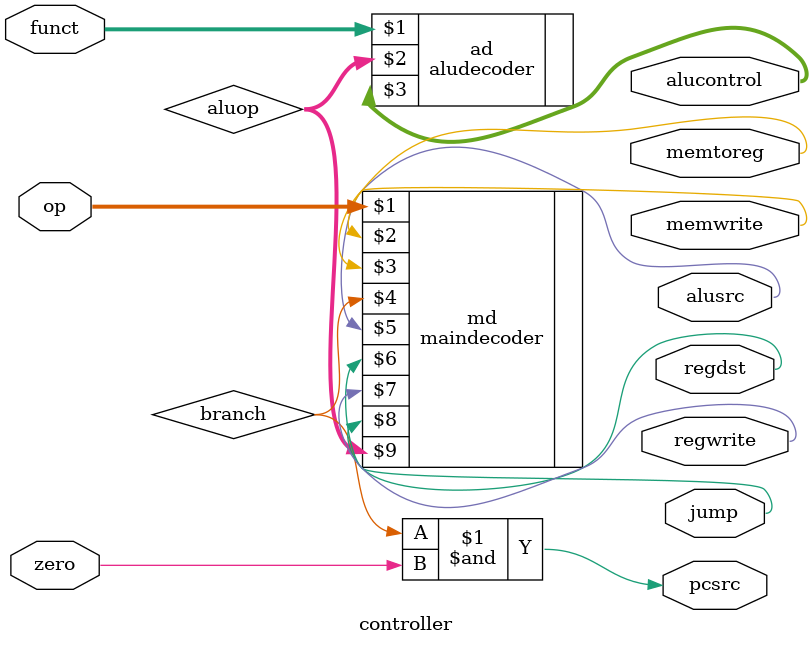
<source format=v>
module controller (
    input [5:0] op,
    input [5:0] funct,
    input zero,
    output memtoreg,
    output memwrite,
    output pcsrc,
    output alusrc,
    output regdst,
    output regwrite,
    output jump,
    output [2:0] alucontrol
);
  wire [1:0] aluop;
  wire branch;

  maindecoder md(op, memtoreg, memwrite, branch,
                 alusrc, regdst, regwrite, jump, aluop);

  aludecoder ad(funct, aluop, alucontrol);

  assign pcsrc = branch & zero;

endmodule

</source>
